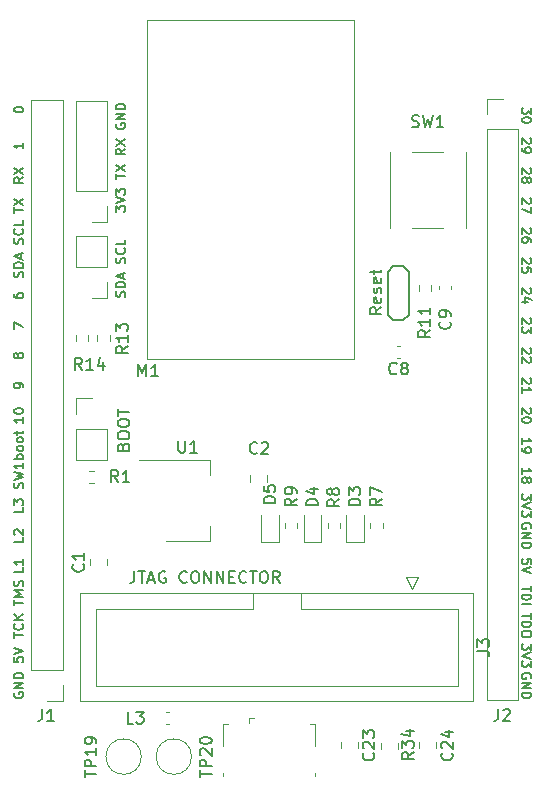
<source format=gbr>
%TF.GenerationSoftware,KiCad,Pcbnew,(5.1.10)-1*%
%TF.CreationDate,2022-01-17T18:11:01+07:00*%
%TF.ProjectId,CC2640R2F Module,43433236-3430-4523-9246-204d6f64756c,rev?*%
%TF.SameCoordinates,Original*%
%TF.FileFunction,Legend,Top*%
%TF.FilePolarity,Positive*%
%FSLAX46Y46*%
G04 Gerber Fmt 4.6, Leading zero omitted, Abs format (unit mm)*
G04 Created by KiCad (PCBNEW (5.1.10)-1) date 2022-01-17 18:11:01*
%MOMM*%
%LPD*%
G01*
G04 APERTURE LIST*
%ADD10C,0.150000*%
%ADD11C,0.120000*%
G04 APERTURE END LIST*
D10*
X148012095Y-14084380D02*
X148012095Y-14579619D01*
X147707333Y-14312952D01*
X147707333Y-14427238D01*
X147669238Y-14503428D01*
X147631142Y-14541523D01*
X147554952Y-14579619D01*
X147364476Y-14579619D01*
X147288285Y-14541523D01*
X147250190Y-14503428D01*
X147212095Y-14427238D01*
X147212095Y-14198666D01*
X147250190Y-14122476D01*
X147288285Y-14084380D01*
X148012095Y-15074857D02*
X148012095Y-15151047D01*
X147974000Y-15227238D01*
X147935904Y-15265333D01*
X147859714Y-15303428D01*
X147707333Y-15341523D01*
X147516857Y-15341523D01*
X147364476Y-15303428D01*
X147288285Y-15265333D01*
X147250190Y-15227238D01*
X147212095Y-15151047D01*
X147212095Y-15074857D01*
X147250190Y-14998666D01*
X147288285Y-14960571D01*
X147364476Y-14922476D01*
X147516857Y-14884380D01*
X147707333Y-14884380D01*
X147859714Y-14922476D01*
X147935904Y-14960571D01*
X147974000Y-14998666D01*
X148012095Y-15074857D01*
X147935904Y-16662476D02*
X147974000Y-16700571D01*
X148012095Y-16776761D01*
X148012095Y-16967238D01*
X147974000Y-17043428D01*
X147935904Y-17081523D01*
X147859714Y-17119619D01*
X147783523Y-17119619D01*
X147669238Y-17081523D01*
X147212095Y-16624380D01*
X147212095Y-17119619D01*
X147212095Y-17500571D02*
X147212095Y-17652952D01*
X147250190Y-17729142D01*
X147288285Y-17767238D01*
X147402571Y-17843428D01*
X147554952Y-17881523D01*
X147859714Y-17881523D01*
X147935904Y-17843428D01*
X147974000Y-17805333D01*
X148012095Y-17729142D01*
X148012095Y-17576761D01*
X147974000Y-17500571D01*
X147935904Y-17462476D01*
X147859714Y-17424380D01*
X147669238Y-17424380D01*
X147593047Y-17462476D01*
X147554952Y-17500571D01*
X147516857Y-17576761D01*
X147516857Y-17729142D01*
X147554952Y-17805333D01*
X147593047Y-17843428D01*
X147669238Y-17881523D01*
X147935904Y-19202476D02*
X147974000Y-19240571D01*
X148012095Y-19316761D01*
X148012095Y-19507238D01*
X147974000Y-19583428D01*
X147935904Y-19621523D01*
X147859714Y-19659619D01*
X147783523Y-19659619D01*
X147669238Y-19621523D01*
X147212095Y-19164380D01*
X147212095Y-19659619D01*
X147669238Y-20116761D02*
X147707333Y-20040571D01*
X147745428Y-20002476D01*
X147821619Y-19964380D01*
X147859714Y-19964380D01*
X147935904Y-20002476D01*
X147974000Y-20040571D01*
X148012095Y-20116761D01*
X148012095Y-20269142D01*
X147974000Y-20345333D01*
X147935904Y-20383428D01*
X147859714Y-20421523D01*
X147821619Y-20421523D01*
X147745428Y-20383428D01*
X147707333Y-20345333D01*
X147669238Y-20269142D01*
X147669238Y-20116761D01*
X147631142Y-20040571D01*
X147593047Y-20002476D01*
X147516857Y-19964380D01*
X147364476Y-19964380D01*
X147288285Y-20002476D01*
X147250190Y-20040571D01*
X147212095Y-20116761D01*
X147212095Y-20269142D01*
X147250190Y-20345333D01*
X147288285Y-20383428D01*
X147364476Y-20421523D01*
X147516857Y-20421523D01*
X147593047Y-20383428D01*
X147631142Y-20345333D01*
X147669238Y-20269142D01*
X147935904Y-21742476D02*
X147974000Y-21780571D01*
X148012095Y-21856761D01*
X148012095Y-22047238D01*
X147974000Y-22123428D01*
X147935904Y-22161523D01*
X147859714Y-22199619D01*
X147783523Y-22199619D01*
X147669238Y-22161523D01*
X147212095Y-21704380D01*
X147212095Y-22199619D01*
X148012095Y-22466285D02*
X148012095Y-22999619D01*
X147212095Y-22656761D01*
X147935904Y-24282476D02*
X147974000Y-24320571D01*
X148012095Y-24396761D01*
X148012095Y-24587238D01*
X147974000Y-24663428D01*
X147935904Y-24701523D01*
X147859714Y-24739619D01*
X147783523Y-24739619D01*
X147669238Y-24701523D01*
X147212095Y-24244380D01*
X147212095Y-24739619D01*
X148012095Y-25425333D02*
X148012095Y-25272952D01*
X147974000Y-25196761D01*
X147935904Y-25158666D01*
X147821619Y-25082476D01*
X147669238Y-25044380D01*
X147364476Y-25044380D01*
X147288285Y-25082476D01*
X147250190Y-25120571D01*
X147212095Y-25196761D01*
X147212095Y-25349142D01*
X147250190Y-25425333D01*
X147288285Y-25463428D01*
X147364476Y-25501523D01*
X147554952Y-25501523D01*
X147631142Y-25463428D01*
X147669238Y-25425333D01*
X147707333Y-25349142D01*
X147707333Y-25196761D01*
X147669238Y-25120571D01*
X147631142Y-25082476D01*
X147554952Y-25044380D01*
X147935904Y-26822476D02*
X147974000Y-26860571D01*
X148012095Y-26936761D01*
X148012095Y-27127238D01*
X147974000Y-27203428D01*
X147935904Y-27241523D01*
X147859714Y-27279619D01*
X147783523Y-27279619D01*
X147669238Y-27241523D01*
X147212095Y-26784380D01*
X147212095Y-27279619D01*
X148012095Y-28003428D02*
X148012095Y-27622476D01*
X147631142Y-27584380D01*
X147669238Y-27622476D01*
X147707333Y-27698666D01*
X147707333Y-27889142D01*
X147669238Y-27965333D01*
X147631142Y-28003428D01*
X147554952Y-28041523D01*
X147364476Y-28041523D01*
X147288285Y-28003428D01*
X147250190Y-27965333D01*
X147212095Y-27889142D01*
X147212095Y-27698666D01*
X147250190Y-27622476D01*
X147288285Y-27584380D01*
X147935904Y-29362476D02*
X147974000Y-29400571D01*
X148012095Y-29476761D01*
X148012095Y-29667238D01*
X147974000Y-29743428D01*
X147935904Y-29781523D01*
X147859714Y-29819619D01*
X147783523Y-29819619D01*
X147669238Y-29781523D01*
X147212095Y-29324380D01*
X147212095Y-29819619D01*
X147745428Y-30505333D02*
X147212095Y-30505333D01*
X148050190Y-30314857D02*
X147478761Y-30124380D01*
X147478761Y-30619619D01*
X147935904Y-31902476D02*
X147974000Y-31940571D01*
X148012095Y-32016761D01*
X148012095Y-32207238D01*
X147974000Y-32283428D01*
X147935904Y-32321523D01*
X147859714Y-32359619D01*
X147783523Y-32359619D01*
X147669238Y-32321523D01*
X147212095Y-31864380D01*
X147212095Y-32359619D01*
X148012095Y-32626285D02*
X148012095Y-33121523D01*
X147707333Y-32854857D01*
X147707333Y-32969142D01*
X147669238Y-33045333D01*
X147631142Y-33083428D01*
X147554952Y-33121523D01*
X147364476Y-33121523D01*
X147288285Y-33083428D01*
X147250190Y-33045333D01*
X147212095Y-32969142D01*
X147212095Y-32740571D01*
X147250190Y-32664380D01*
X147288285Y-32626285D01*
X147935904Y-34442476D02*
X147974000Y-34480571D01*
X148012095Y-34556761D01*
X148012095Y-34747238D01*
X147974000Y-34823428D01*
X147935904Y-34861523D01*
X147859714Y-34899619D01*
X147783523Y-34899619D01*
X147669238Y-34861523D01*
X147212095Y-34404380D01*
X147212095Y-34899619D01*
X147935904Y-35204380D02*
X147974000Y-35242476D01*
X148012095Y-35318666D01*
X148012095Y-35509142D01*
X147974000Y-35585333D01*
X147935904Y-35623428D01*
X147859714Y-35661523D01*
X147783523Y-35661523D01*
X147669238Y-35623428D01*
X147212095Y-35166285D01*
X147212095Y-35661523D01*
X147935904Y-36982476D02*
X147974000Y-37020571D01*
X148012095Y-37096761D01*
X148012095Y-37287238D01*
X147974000Y-37363428D01*
X147935904Y-37401523D01*
X147859714Y-37439619D01*
X147783523Y-37439619D01*
X147669238Y-37401523D01*
X147212095Y-36944380D01*
X147212095Y-37439619D01*
X147212095Y-38201523D02*
X147212095Y-37744380D01*
X147212095Y-37972952D02*
X148012095Y-37972952D01*
X147897809Y-37896761D01*
X147821619Y-37820571D01*
X147783523Y-37744380D01*
X147935904Y-39522476D02*
X147974000Y-39560571D01*
X148012095Y-39636761D01*
X148012095Y-39827238D01*
X147974000Y-39903428D01*
X147935904Y-39941523D01*
X147859714Y-39979619D01*
X147783523Y-39979619D01*
X147669238Y-39941523D01*
X147212095Y-39484380D01*
X147212095Y-39979619D01*
X148012095Y-40474857D02*
X148012095Y-40551047D01*
X147974000Y-40627238D01*
X147935904Y-40665333D01*
X147859714Y-40703428D01*
X147707333Y-40741523D01*
X147516857Y-40741523D01*
X147364476Y-40703428D01*
X147288285Y-40665333D01*
X147250190Y-40627238D01*
X147212095Y-40551047D01*
X147212095Y-40474857D01*
X147250190Y-40398666D01*
X147288285Y-40360571D01*
X147364476Y-40322476D01*
X147516857Y-40284380D01*
X147707333Y-40284380D01*
X147859714Y-40322476D01*
X147935904Y-40360571D01*
X147974000Y-40398666D01*
X148012095Y-40474857D01*
X147212095Y-42519619D02*
X147212095Y-42062476D01*
X147212095Y-42291047D02*
X148012095Y-42291047D01*
X147897809Y-42214857D01*
X147821619Y-42138666D01*
X147783523Y-42062476D01*
X147212095Y-42900571D02*
X147212095Y-43052952D01*
X147250190Y-43129142D01*
X147288285Y-43167238D01*
X147402571Y-43243428D01*
X147554952Y-43281523D01*
X147859714Y-43281523D01*
X147935904Y-43243428D01*
X147974000Y-43205333D01*
X148012095Y-43129142D01*
X148012095Y-42976761D01*
X147974000Y-42900571D01*
X147935904Y-42862476D01*
X147859714Y-42824380D01*
X147669238Y-42824380D01*
X147593047Y-42862476D01*
X147554952Y-42900571D01*
X147516857Y-42976761D01*
X147516857Y-43129142D01*
X147554952Y-43205333D01*
X147593047Y-43243428D01*
X147669238Y-43281523D01*
X147212095Y-45059619D02*
X147212095Y-44602476D01*
X147212095Y-44831047D02*
X148012095Y-44831047D01*
X147897809Y-44754857D01*
X147821619Y-44678666D01*
X147783523Y-44602476D01*
X147669238Y-45516761D02*
X147707333Y-45440571D01*
X147745428Y-45402476D01*
X147821619Y-45364380D01*
X147859714Y-45364380D01*
X147935904Y-45402476D01*
X147974000Y-45440571D01*
X148012095Y-45516761D01*
X148012095Y-45669142D01*
X147974000Y-45745333D01*
X147935904Y-45783428D01*
X147859714Y-45821523D01*
X147821619Y-45821523D01*
X147745428Y-45783428D01*
X147707333Y-45745333D01*
X147669238Y-45669142D01*
X147669238Y-45516761D01*
X147631142Y-45440571D01*
X147593047Y-45402476D01*
X147516857Y-45364380D01*
X147364476Y-45364380D01*
X147288285Y-45402476D01*
X147250190Y-45440571D01*
X147212095Y-45516761D01*
X147212095Y-45669142D01*
X147250190Y-45745333D01*
X147288285Y-45783428D01*
X147364476Y-45821523D01*
X147516857Y-45821523D01*
X147593047Y-45783428D01*
X147631142Y-45745333D01*
X147669238Y-45669142D01*
X148012095Y-46761523D02*
X148012095Y-47256761D01*
X147707333Y-46990095D01*
X147707333Y-47104380D01*
X147669238Y-47180571D01*
X147631142Y-47218666D01*
X147554952Y-47256761D01*
X147364476Y-47256761D01*
X147288285Y-47218666D01*
X147250190Y-47180571D01*
X147212095Y-47104380D01*
X147212095Y-46875809D01*
X147250190Y-46799619D01*
X147288285Y-46761523D01*
X148012095Y-47485333D02*
X147212095Y-47752000D01*
X148012095Y-48018666D01*
X148012095Y-48209142D02*
X148012095Y-48704380D01*
X147707333Y-48437714D01*
X147707333Y-48552000D01*
X147669238Y-48628190D01*
X147631142Y-48666285D01*
X147554952Y-48704380D01*
X147364476Y-48704380D01*
X147288285Y-48666285D01*
X147250190Y-48628190D01*
X147212095Y-48552000D01*
X147212095Y-48323428D01*
X147250190Y-48247238D01*
X147288285Y-48209142D01*
X147974000Y-49682476D02*
X148012095Y-49606285D01*
X148012095Y-49492000D01*
X147974000Y-49377714D01*
X147897809Y-49301523D01*
X147821619Y-49263428D01*
X147669238Y-49225333D01*
X147554952Y-49225333D01*
X147402571Y-49263428D01*
X147326380Y-49301523D01*
X147250190Y-49377714D01*
X147212095Y-49492000D01*
X147212095Y-49568190D01*
X147250190Y-49682476D01*
X147288285Y-49720571D01*
X147554952Y-49720571D01*
X147554952Y-49568190D01*
X147212095Y-50063428D02*
X148012095Y-50063428D01*
X147212095Y-50520571D01*
X148012095Y-50520571D01*
X147212095Y-50901523D02*
X148012095Y-50901523D01*
X148012095Y-51092000D01*
X147974000Y-51206285D01*
X147897809Y-51282476D01*
X147821619Y-51320571D01*
X147669238Y-51358666D01*
X147554952Y-51358666D01*
X147402571Y-51320571D01*
X147326380Y-51282476D01*
X147250190Y-51206285D01*
X147212095Y-51092000D01*
X147212095Y-50901523D01*
X148012095Y-52679619D02*
X148012095Y-52298666D01*
X147631142Y-52260571D01*
X147669238Y-52298666D01*
X147707333Y-52374857D01*
X147707333Y-52565333D01*
X147669238Y-52641523D01*
X147631142Y-52679619D01*
X147554952Y-52717714D01*
X147364476Y-52717714D01*
X147288285Y-52679619D01*
X147250190Y-52641523D01*
X147212095Y-52565333D01*
X147212095Y-52374857D01*
X147250190Y-52298666D01*
X147288285Y-52260571D01*
X148012095Y-52946285D02*
X147212095Y-53212952D01*
X148012095Y-53479619D01*
X148012095Y-54552952D02*
X148012095Y-55010095D01*
X147212095Y-54781523D02*
X148012095Y-54781523D01*
X147212095Y-55276761D02*
X148012095Y-55276761D01*
X148012095Y-55467238D01*
X147974000Y-55581523D01*
X147897809Y-55657714D01*
X147821619Y-55695809D01*
X147669238Y-55733904D01*
X147554952Y-55733904D01*
X147402571Y-55695809D01*
X147326380Y-55657714D01*
X147250190Y-55581523D01*
X147212095Y-55467238D01*
X147212095Y-55276761D01*
X147212095Y-56076761D02*
X148012095Y-56076761D01*
X148012095Y-56864380D02*
X148012095Y-57321523D01*
X147212095Y-57092952D02*
X148012095Y-57092952D01*
X147212095Y-57588190D02*
X148012095Y-57588190D01*
X148012095Y-57778666D01*
X147974000Y-57892952D01*
X147897809Y-57969142D01*
X147821619Y-58007238D01*
X147669238Y-58045333D01*
X147554952Y-58045333D01*
X147402571Y-58007238D01*
X147326380Y-57969142D01*
X147250190Y-57892952D01*
X147212095Y-57778666D01*
X147212095Y-57588190D01*
X148012095Y-58540571D02*
X148012095Y-58692952D01*
X147974000Y-58769142D01*
X147897809Y-58845333D01*
X147745428Y-58883428D01*
X147478761Y-58883428D01*
X147326380Y-58845333D01*
X147250190Y-58769142D01*
X147212095Y-58692952D01*
X147212095Y-58540571D01*
X147250190Y-58464380D01*
X147326380Y-58388190D01*
X147478761Y-58350095D01*
X147745428Y-58350095D01*
X147897809Y-58388190D01*
X147974000Y-58464380D01*
X148012095Y-58540571D01*
X148012095Y-59461523D02*
X148012095Y-59956761D01*
X147707333Y-59690095D01*
X147707333Y-59804380D01*
X147669238Y-59880571D01*
X147631142Y-59918666D01*
X147554952Y-59956761D01*
X147364476Y-59956761D01*
X147288285Y-59918666D01*
X147250190Y-59880571D01*
X147212095Y-59804380D01*
X147212095Y-59575809D01*
X147250190Y-59499619D01*
X147288285Y-59461523D01*
X148012095Y-60185333D02*
X147212095Y-60452000D01*
X148012095Y-60718666D01*
X148012095Y-60909142D02*
X148012095Y-61404380D01*
X147707333Y-61137714D01*
X147707333Y-61252000D01*
X147669238Y-61328190D01*
X147631142Y-61366285D01*
X147554952Y-61404380D01*
X147364476Y-61404380D01*
X147288285Y-61366285D01*
X147250190Y-61328190D01*
X147212095Y-61252000D01*
X147212095Y-61023428D01*
X147250190Y-60947238D01*
X147288285Y-60909142D01*
X147974000Y-62382476D02*
X148012095Y-62306285D01*
X148012095Y-62192000D01*
X147974000Y-62077714D01*
X147897809Y-62001523D01*
X147821619Y-61963428D01*
X147669238Y-61925333D01*
X147554952Y-61925333D01*
X147402571Y-61963428D01*
X147326380Y-62001523D01*
X147250190Y-62077714D01*
X147212095Y-62192000D01*
X147212095Y-62268190D01*
X147250190Y-62382476D01*
X147288285Y-62420571D01*
X147554952Y-62420571D01*
X147554952Y-62268190D01*
X147212095Y-62763428D02*
X148012095Y-62763428D01*
X147212095Y-63220571D01*
X148012095Y-63220571D01*
X147212095Y-63601523D02*
X148012095Y-63601523D01*
X148012095Y-63792000D01*
X147974000Y-63906285D01*
X147897809Y-63982476D01*
X147821619Y-64020571D01*
X147669238Y-64058666D01*
X147554952Y-64058666D01*
X147402571Y-64020571D01*
X147326380Y-63982476D01*
X147250190Y-63906285D01*
X147212095Y-63792000D01*
X147212095Y-63601523D01*
X104248000Y-63601523D02*
X104209904Y-63677714D01*
X104209904Y-63792000D01*
X104248000Y-63906285D01*
X104324190Y-63982476D01*
X104400380Y-64020571D01*
X104552761Y-64058666D01*
X104667047Y-64058666D01*
X104819428Y-64020571D01*
X104895619Y-63982476D01*
X104971809Y-63906285D01*
X105009904Y-63792000D01*
X105009904Y-63715809D01*
X104971809Y-63601523D01*
X104933714Y-63563428D01*
X104667047Y-63563428D01*
X104667047Y-63715809D01*
X105009904Y-63220571D02*
X104209904Y-63220571D01*
X105009904Y-62763428D01*
X104209904Y-62763428D01*
X105009904Y-62382476D02*
X104209904Y-62382476D01*
X104209904Y-62192000D01*
X104248000Y-62077714D01*
X104324190Y-62001523D01*
X104400380Y-61963428D01*
X104552761Y-61925333D01*
X104667047Y-61925333D01*
X104819428Y-61963428D01*
X104895619Y-62001523D01*
X104971809Y-62077714D01*
X105009904Y-62192000D01*
X105009904Y-62382476D01*
X104209904Y-60604380D02*
X104209904Y-60985333D01*
X104590857Y-61023428D01*
X104552761Y-60985333D01*
X104514666Y-60909142D01*
X104514666Y-60718666D01*
X104552761Y-60642476D01*
X104590857Y-60604380D01*
X104667047Y-60566285D01*
X104857523Y-60566285D01*
X104933714Y-60604380D01*
X104971809Y-60642476D01*
X105009904Y-60718666D01*
X105009904Y-60909142D01*
X104971809Y-60985333D01*
X104933714Y-61023428D01*
X104209904Y-60337714D02*
X105009904Y-60071047D01*
X104209904Y-59804380D01*
X104209904Y-58940571D02*
X104209904Y-58483428D01*
X105009904Y-58712000D02*
X104209904Y-58712000D01*
X104933714Y-57759619D02*
X104971809Y-57797714D01*
X105009904Y-57912000D01*
X105009904Y-57988190D01*
X104971809Y-58102476D01*
X104895619Y-58178666D01*
X104819428Y-58216761D01*
X104667047Y-58254857D01*
X104552761Y-58254857D01*
X104400380Y-58216761D01*
X104324190Y-58178666D01*
X104248000Y-58102476D01*
X104209904Y-57988190D01*
X104209904Y-57912000D01*
X104248000Y-57797714D01*
X104286095Y-57759619D01*
X105009904Y-57416761D02*
X104209904Y-57416761D01*
X105009904Y-56959619D02*
X104552761Y-57302476D01*
X104209904Y-56959619D02*
X104667047Y-57416761D01*
X104209904Y-56184666D02*
X104209904Y-55727523D01*
X105009904Y-55956095D02*
X104209904Y-55956095D01*
X105009904Y-55460857D02*
X104209904Y-55460857D01*
X104781333Y-55194190D01*
X104209904Y-54927523D01*
X105009904Y-54927523D01*
X104971809Y-54584666D02*
X105009904Y-54470380D01*
X105009904Y-54279904D01*
X104971809Y-54203714D01*
X104933714Y-54165619D01*
X104857523Y-54127523D01*
X104781333Y-54127523D01*
X104705142Y-54165619D01*
X104667047Y-54203714D01*
X104628952Y-54279904D01*
X104590857Y-54432285D01*
X104552761Y-54508476D01*
X104514666Y-54546571D01*
X104438476Y-54584666D01*
X104362285Y-54584666D01*
X104286095Y-54546571D01*
X104248000Y-54508476D01*
X104209904Y-54432285D01*
X104209904Y-54241809D01*
X104248000Y-54127523D01*
X105009904Y-52965333D02*
X105009904Y-53346285D01*
X104209904Y-53346285D01*
X105009904Y-52279619D02*
X105009904Y-52736761D01*
X105009904Y-52508190D02*
X104209904Y-52508190D01*
X104324190Y-52584380D01*
X104400380Y-52660571D01*
X104438476Y-52736761D01*
X105009904Y-50425333D02*
X105009904Y-50806285D01*
X104209904Y-50806285D01*
X104286095Y-50196761D02*
X104248000Y-50158666D01*
X104209904Y-50082476D01*
X104209904Y-49892000D01*
X104248000Y-49815809D01*
X104286095Y-49777714D01*
X104362285Y-49739619D01*
X104438476Y-49739619D01*
X104552761Y-49777714D01*
X105009904Y-50234857D01*
X105009904Y-49739619D01*
X105009904Y-47885333D02*
X105009904Y-48266285D01*
X104209904Y-48266285D01*
X104209904Y-47694857D02*
X104209904Y-47199619D01*
X104514666Y-47466285D01*
X104514666Y-47352000D01*
X104552761Y-47275809D01*
X104590857Y-47237714D01*
X104667047Y-47199619D01*
X104857523Y-47199619D01*
X104933714Y-47237714D01*
X104971809Y-47275809D01*
X105009904Y-47352000D01*
X105009904Y-47580571D01*
X104971809Y-47656761D01*
X104933714Y-47694857D01*
X104971809Y-46278666D02*
X105009904Y-46164380D01*
X105009904Y-45973904D01*
X104971809Y-45897714D01*
X104933714Y-45859619D01*
X104857523Y-45821523D01*
X104781333Y-45821523D01*
X104705142Y-45859619D01*
X104667047Y-45897714D01*
X104628952Y-45973904D01*
X104590857Y-46126285D01*
X104552761Y-46202476D01*
X104514666Y-46240571D01*
X104438476Y-46278666D01*
X104362285Y-46278666D01*
X104286095Y-46240571D01*
X104248000Y-46202476D01*
X104209904Y-46126285D01*
X104209904Y-45935809D01*
X104248000Y-45821523D01*
X104209904Y-45554857D02*
X105009904Y-45364380D01*
X104438476Y-45212000D01*
X105009904Y-45059619D01*
X104209904Y-44869142D01*
X105009904Y-44145333D02*
X105009904Y-44602476D01*
X105009904Y-44373904D02*
X104209904Y-44373904D01*
X104324190Y-44450095D01*
X104400380Y-44526285D01*
X104438476Y-44602476D01*
X105009904Y-43795809D02*
X104209904Y-43795809D01*
X104514666Y-43795809D02*
X104476571Y-43719619D01*
X104476571Y-43567238D01*
X104514666Y-43491047D01*
X104552761Y-43452952D01*
X104628952Y-43414857D01*
X104857523Y-43414857D01*
X104933714Y-43452952D01*
X104971809Y-43491047D01*
X105009904Y-43567238D01*
X105009904Y-43719619D01*
X104971809Y-43795809D01*
X105009904Y-42957714D02*
X104971809Y-43033904D01*
X104933714Y-43072000D01*
X104857523Y-43110095D01*
X104628952Y-43110095D01*
X104552761Y-43072000D01*
X104514666Y-43033904D01*
X104476571Y-42957714D01*
X104476571Y-42843428D01*
X104514666Y-42767238D01*
X104552761Y-42729142D01*
X104628952Y-42691047D01*
X104857523Y-42691047D01*
X104933714Y-42729142D01*
X104971809Y-42767238D01*
X105009904Y-42843428D01*
X105009904Y-42957714D01*
X105009904Y-42233904D02*
X104971809Y-42310095D01*
X104933714Y-42348190D01*
X104857523Y-42386285D01*
X104628952Y-42386285D01*
X104552761Y-42348190D01*
X104514666Y-42310095D01*
X104476571Y-42233904D01*
X104476571Y-42119619D01*
X104514666Y-42043428D01*
X104552761Y-42005333D01*
X104628952Y-41967238D01*
X104857523Y-41967238D01*
X104933714Y-42005333D01*
X104971809Y-42043428D01*
X105009904Y-42119619D01*
X105009904Y-42233904D01*
X104476571Y-41738666D02*
X104476571Y-41433904D01*
X104209904Y-41624380D02*
X104895619Y-41624380D01*
X104971809Y-41586285D01*
X105009904Y-41510095D01*
X105009904Y-41433904D01*
X105009904Y-40284380D02*
X105009904Y-40741523D01*
X105009904Y-40512952D02*
X104209904Y-40512952D01*
X104324190Y-40589142D01*
X104400380Y-40665333D01*
X104438476Y-40741523D01*
X104209904Y-39789142D02*
X104209904Y-39712952D01*
X104248000Y-39636761D01*
X104286095Y-39598666D01*
X104362285Y-39560571D01*
X104514666Y-39522476D01*
X104705142Y-39522476D01*
X104857523Y-39560571D01*
X104933714Y-39598666D01*
X104971809Y-39636761D01*
X105009904Y-39712952D01*
X105009904Y-39789142D01*
X104971809Y-39865333D01*
X104933714Y-39903428D01*
X104857523Y-39941523D01*
X104705142Y-39979619D01*
X104514666Y-39979619D01*
X104362285Y-39941523D01*
X104286095Y-39903428D01*
X104248000Y-39865333D01*
X104209904Y-39789142D01*
X105009904Y-37744380D02*
X105009904Y-37592000D01*
X104971809Y-37515809D01*
X104933714Y-37477714D01*
X104819428Y-37401523D01*
X104667047Y-37363428D01*
X104362285Y-37363428D01*
X104286095Y-37401523D01*
X104248000Y-37439619D01*
X104209904Y-37515809D01*
X104209904Y-37668190D01*
X104248000Y-37744380D01*
X104286095Y-37782476D01*
X104362285Y-37820571D01*
X104552761Y-37820571D01*
X104628952Y-37782476D01*
X104667047Y-37744380D01*
X104705142Y-37668190D01*
X104705142Y-37515809D01*
X104667047Y-37439619D01*
X104628952Y-37401523D01*
X104552761Y-37363428D01*
X104552761Y-35128190D02*
X104514666Y-35204380D01*
X104476571Y-35242476D01*
X104400380Y-35280571D01*
X104362285Y-35280571D01*
X104286095Y-35242476D01*
X104248000Y-35204380D01*
X104209904Y-35128190D01*
X104209904Y-34975809D01*
X104248000Y-34899619D01*
X104286095Y-34861523D01*
X104362285Y-34823428D01*
X104400380Y-34823428D01*
X104476571Y-34861523D01*
X104514666Y-34899619D01*
X104552761Y-34975809D01*
X104552761Y-35128190D01*
X104590857Y-35204380D01*
X104628952Y-35242476D01*
X104705142Y-35280571D01*
X104857523Y-35280571D01*
X104933714Y-35242476D01*
X104971809Y-35204380D01*
X105009904Y-35128190D01*
X105009904Y-34975809D01*
X104971809Y-34899619D01*
X104933714Y-34861523D01*
X104857523Y-34823428D01*
X104705142Y-34823428D01*
X104628952Y-34861523D01*
X104590857Y-34899619D01*
X104552761Y-34975809D01*
X104209904Y-32778666D02*
X104209904Y-32245333D01*
X105009904Y-32588190D01*
X104209904Y-29819619D02*
X104209904Y-29972000D01*
X104248000Y-30048190D01*
X104286095Y-30086285D01*
X104400380Y-30162476D01*
X104552761Y-30200571D01*
X104857523Y-30200571D01*
X104933714Y-30162476D01*
X104971809Y-30124380D01*
X105009904Y-30048190D01*
X105009904Y-29895809D01*
X104971809Y-29819619D01*
X104933714Y-29781523D01*
X104857523Y-29743428D01*
X104667047Y-29743428D01*
X104590857Y-29781523D01*
X104552761Y-29819619D01*
X104514666Y-29895809D01*
X104514666Y-30048190D01*
X104552761Y-30124380D01*
X104590857Y-30162476D01*
X104667047Y-30200571D01*
X104971809Y-28403428D02*
X105009904Y-28289142D01*
X105009904Y-28098666D01*
X104971809Y-28022476D01*
X104933714Y-27984380D01*
X104857523Y-27946285D01*
X104781333Y-27946285D01*
X104705142Y-27984380D01*
X104667047Y-28022476D01*
X104628952Y-28098666D01*
X104590857Y-28251047D01*
X104552761Y-28327238D01*
X104514666Y-28365333D01*
X104438476Y-28403428D01*
X104362285Y-28403428D01*
X104286095Y-28365333D01*
X104248000Y-28327238D01*
X104209904Y-28251047D01*
X104209904Y-28060571D01*
X104248000Y-27946285D01*
X105009904Y-27603428D02*
X104209904Y-27603428D01*
X104209904Y-27412952D01*
X104248000Y-27298666D01*
X104324190Y-27222476D01*
X104400380Y-27184380D01*
X104552761Y-27146285D01*
X104667047Y-27146285D01*
X104819428Y-27184380D01*
X104895619Y-27222476D01*
X104971809Y-27298666D01*
X105009904Y-27412952D01*
X105009904Y-27603428D01*
X104781333Y-26841523D02*
X104781333Y-26460571D01*
X105009904Y-26917714D02*
X104209904Y-26651047D01*
X105009904Y-26384380D01*
X104971809Y-25590380D02*
X105009904Y-25476095D01*
X105009904Y-25285619D01*
X104971809Y-25209428D01*
X104933714Y-25171333D01*
X104857523Y-25133238D01*
X104781333Y-25133238D01*
X104705142Y-25171333D01*
X104667047Y-25209428D01*
X104628952Y-25285619D01*
X104590857Y-25438000D01*
X104552761Y-25514190D01*
X104514666Y-25552285D01*
X104438476Y-25590380D01*
X104362285Y-25590380D01*
X104286095Y-25552285D01*
X104248000Y-25514190D01*
X104209904Y-25438000D01*
X104209904Y-25247523D01*
X104248000Y-25133238D01*
X104933714Y-24333238D02*
X104971809Y-24371333D01*
X105009904Y-24485619D01*
X105009904Y-24561809D01*
X104971809Y-24676095D01*
X104895619Y-24752285D01*
X104819428Y-24790380D01*
X104667047Y-24828476D01*
X104552761Y-24828476D01*
X104400380Y-24790380D01*
X104324190Y-24752285D01*
X104248000Y-24676095D01*
X104209904Y-24561809D01*
X104209904Y-24485619D01*
X104248000Y-24371333D01*
X104286095Y-24333238D01*
X105009904Y-23609428D02*
X105009904Y-23990380D01*
X104209904Y-23990380D01*
X104209904Y-22961523D02*
X104209904Y-22504380D01*
X105009904Y-22732952D02*
X104209904Y-22732952D01*
X104209904Y-22313904D02*
X105009904Y-21780571D01*
X104209904Y-21780571D02*
X105009904Y-22313904D01*
X105009904Y-19945333D02*
X104628952Y-20212000D01*
X105009904Y-20402476D02*
X104209904Y-20402476D01*
X104209904Y-20097714D01*
X104248000Y-20021523D01*
X104286095Y-19983428D01*
X104362285Y-19945333D01*
X104476571Y-19945333D01*
X104552761Y-19983428D01*
X104590857Y-20021523D01*
X104628952Y-20097714D01*
X104628952Y-20402476D01*
X104209904Y-19678666D02*
X105009904Y-19145333D01*
X104209904Y-19145333D02*
X105009904Y-19678666D01*
X105009904Y-17043428D02*
X105009904Y-17500571D01*
X105009904Y-17272000D02*
X104209904Y-17272000D01*
X104324190Y-17348190D01*
X104400380Y-17424380D01*
X104438476Y-17500571D01*
X104209904Y-14262095D02*
X104209904Y-14185904D01*
X104248000Y-14109714D01*
X104286095Y-14071619D01*
X104362285Y-14033523D01*
X104514666Y-13995428D01*
X104705142Y-13995428D01*
X104857523Y-14033523D01*
X104933714Y-14071619D01*
X104971809Y-14109714D01*
X105009904Y-14185904D01*
X105009904Y-14262095D01*
X104971809Y-14338285D01*
X104933714Y-14376380D01*
X104857523Y-14414476D01*
X104705142Y-14452571D01*
X104514666Y-14452571D01*
X104362285Y-14414476D01*
X104286095Y-14376380D01*
X104248000Y-14338285D01*
X104209904Y-14262095D01*
D11*
%TO.C,JTAG CONNECTOR*%
X121900000Y-66250000D02*
X122350000Y-66250000D01*
X121900000Y-68100000D02*
X121900000Y-66250000D01*
X129700000Y-70650000D02*
X129700000Y-70400000D01*
X121900000Y-70650000D02*
X121900000Y-70400000D01*
X129700000Y-68100000D02*
X129700000Y-66250000D01*
X129700000Y-66250000D02*
X129250000Y-66250000D01*
X124100000Y-65700000D02*
X124550000Y-65700000D01*
X124100000Y-65700000D02*
X124100000Y-66150000D01*
%TO.C,U1*%
X120810000Y-50710000D02*
X120810000Y-49450000D01*
X120810000Y-43890000D02*
X120810000Y-45150000D01*
X117050000Y-50710000D02*
X120810000Y-50710000D01*
X114800000Y-43890000D02*
X120810000Y-43890000D01*
%TO.C,SW1*%
X136020000Y-17795000D02*
X136050000Y-17795000D01*
X142480000Y-17795000D02*
X142450000Y-17795000D01*
X142480000Y-24255000D02*
X142450000Y-24255000D01*
X136050000Y-24255000D02*
X136020000Y-24255000D01*
X137950000Y-17795000D02*
X140550000Y-17795000D01*
X136020000Y-24255000D02*
X136020000Y-17795000D01*
X137950000Y-24255000D02*
X140550000Y-24255000D01*
X142480000Y-24255000D02*
X142480000Y-17795000D01*
%TO.C,SDA SCL*%
X112130000Y-24930000D02*
X109470000Y-24930000D01*
X112130000Y-27530000D02*
X112130000Y-24930000D01*
X109470000Y-27530000D02*
X109470000Y-24930000D01*
X112130000Y-27530000D02*
X109470000Y-27530000D01*
X112130000Y-28800000D02*
X112130000Y-30130000D01*
X112130000Y-30130000D02*
X110800000Y-30130000D01*
%TO.C,3V3 TX RX GND*%
X112130000Y-13450000D02*
X109470000Y-13450000D01*
X112130000Y-21130000D02*
X112130000Y-13450000D01*
X109470000Y-21130000D02*
X109470000Y-13450000D01*
X112130000Y-21130000D02*
X109470000Y-21130000D01*
X112130000Y-22400000D02*
X112130000Y-23730000D01*
X112130000Y-23730000D02*
X110800000Y-23730000D01*
%TO.C,J2*%
X144270000Y-64210000D02*
X146930000Y-64210000D01*
X144270000Y-15890000D02*
X144270000Y-64210000D01*
X146930000Y-15890000D02*
X146930000Y-64210000D01*
X144270000Y-15890000D02*
X146930000Y-15890000D01*
X144270000Y-14620000D02*
X144270000Y-13290000D01*
X144270000Y-13290000D02*
X145600000Y-13290000D01*
%TO.C,J1*%
X108330000Y-13370000D02*
X105670000Y-13370000D01*
X108330000Y-61690000D02*
X108330000Y-13370000D01*
X105670000Y-61690000D02*
X105670000Y-13370000D01*
X108330000Y-61690000D02*
X105670000Y-61690000D01*
X108330000Y-62960000D02*
X108330000Y-64290000D01*
X108330000Y-64290000D02*
X107000000Y-64290000D01*
%TO.C,TP20*%
X119250000Y-69000000D02*
G75*
G03*
X119250000Y-69000000I-1500000J0D01*
G01*
%TO.C,TP19*%
X115000000Y-69000000D02*
G75*
G03*
X115000000Y-69000000I-1500000J0D01*
G01*
%TO.C,BOOT*%
X109470000Y-43870000D02*
X112130000Y-43870000D01*
X109470000Y-41270000D02*
X109470000Y-43870000D01*
X112130000Y-41270000D02*
X112130000Y-43870000D01*
X109470000Y-41270000D02*
X112130000Y-41270000D01*
X109470000Y-40000000D02*
X109470000Y-38670000D01*
X109470000Y-38670000D02*
X110800000Y-38670000D01*
%TO.C,R34*%
X135265000Y-68314564D02*
X135265000Y-67860436D01*
X136735000Y-68314564D02*
X136735000Y-67860436D01*
%TO.C,R14*%
X110522500Y-33337742D02*
X110522500Y-33812258D01*
X109477500Y-33337742D02*
X109477500Y-33812258D01*
%TO.C,R13*%
X112322500Y-33337742D02*
X112322500Y-33812258D01*
X111277500Y-33337742D02*
X111277500Y-33812258D01*
%TO.C,R11*%
X139522500Y-29087742D02*
X139522500Y-29562258D01*
X138477500Y-29087742D02*
X138477500Y-29562258D01*
%TO.C,R9*%
X127177500Y-49657258D02*
X127177500Y-49182742D01*
X128222500Y-49657258D02*
X128222500Y-49182742D01*
%TO.C,R8*%
X130777500Y-49657258D02*
X130777500Y-49182742D01*
X131822500Y-49657258D02*
X131822500Y-49182742D01*
%TO.C,R7*%
X134377500Y-49657258D02*
X134377500Y-49182742D01*
X135422500Y-49657258D02*
X135422500Y-49182742D01*
%TO.C,R1*%
X110537742Y-44777500D02*
X111012258Y-44777500D01*
X110537742Y-45822500D02*
X111012258Y-45822500D01*
%TO.C,M1*%
X115480000Y-7330000D02*
X115480000Y-35330000D01*
X132980000Y-35330000D02*
X132980000Y-33330000D01*
X132980000Y-33330000D02*
X132980000Y-32330000D01*
X132980000Y-32330000D02*
X132980000Y-31330000D01*
X132980000Y-31330000D02*
X132980000Y-30330000D01*
X132980000Y-30330000D02*
X132980000Y-29330000D01*
X132980000Y-29330000D02*
X132980000Y-28330000D01*
X132980000Y-28330000D02*
X132980000Y-27330000D01*
X132980000Y-27330000D02*
X132980000Y-26330000D01*
X132980000Y-26330000D02*
X132980000Y-25330000D01*
X132980000Y-25330000D02*
X132980000Y-24330000D01*
X132980000Y-24330000D02*
X132980000Y-23330000D01*
X132980000Y-23330000D02*
X132980000Y-22330000D01*
X132980000Y-22330000D02*
X132980000Y-21330000D01*
X132980000Y-21330000D02*
X132980000Y-20330000D01*
X132980000Y-20330000D02*
X132980000Y-19330000D01*
X132980000Y-19330000D02*
X132980000Y-18330000D01*
X132980000Y-18330000D02*
X132980000Y-17330000D01*
X132980000Y-17330000D02*
X132980000Y-16330000D01*
X132980000Y-16330000D02*
X132980000Y-15330000D01*
X132980000Y-15330000D02*
X132980000Y-14330000D01*
X132980000Y-14330000D02*
X132980000Y-13330000D01*
X132980000Y-13330000D02*
X132980000Y-12330000D01*
X132980000Y-12330000D02*
X132980000Y-11330000D01*
X132980000Y-11330000D02*
X132980000Y-10330000D01*
X132980000Y-10330000D02*
X132980000Y-9330000D01*
X132980000Y-9330000D02*
X132980000Y-8330000D01*
X132980000Y-8330000D02*
X132980000Y-8320000D01*
X132980000Y-8320000D02*
X132980000Y-8310000D01*
X132980000Y-8310000D02*
X132980000Y-8300000D01*
X132980000Y-8300000D02*
X132980000Y-8290000D01*
X132980000Y-8290000D02*
X132980000Y-8280000D01*
X132980000Y-8280000D02*
X132980000Y-8270000D01*
X132980000Y-8270000D02*
X132980000Y-8260000D01*
X132980000Y-8260000D02*
X132980000Y-8230000D01*
X132980000Y-8230000D02*
X132980000Y-8130000D01*
X132980000Y-8130000D02*
X132980000Y-8030000D01*
X132980000Y-8030000D02*
X132980000Y-7930000D01*
X132980000Y-7930000D02*
X132980000Y-7830000D01*
X132980000Y-7830000D02*
X132980000Y-7630000D01*
X132980000Y-7630000D02*
X132980000Y-7430000D01*
X132980000Y-7430000D02*
X132980000Y-7330000D01*
X132980000Y-35330000D02*
X131980000Y-35330000D01*
X131980000Y-35330000D02*
X130980000Y-35330000D01*
X130980000Y-35330000D02*
X129980000Y-35330000D01*
X129980000Y-35330000D02*
X128980000Y-35330000D01*
X128980000Y-35330000D02*
X127980000Y-35330000D01*
X127980000Y-35330000D02*
X126980000Y-35330000D01*
X126980000Y-35330000D02*
X125980000Y-35330000D01*
X125980000Y-35330000D02*
X124980000Y-35330000D01*
X124980000Y-35330000D02*
X123980000Y-35330000D01*
X123980000Y-35330000D02*
X122980000Y-35330000D01*
X122980000Y-35330000D02*
X121980000Y-35330000D01*
X121980000Y-35330000D02*
X120980000Y-35330000D01*
X120980000Y-35330000D02*
X119980000Y-35330000D01*
X119980000Y-35330000D02*
X118980000Y-35330000D01*
X118980000Y-35330000D02*
X117980000Y-35330000D01*
X117980000Y-35330000D02*
X116980000Y-35330000D01*
X116980000Y-35330000D02*
X115980000Y-35330000D01*
X115980000Y-35330000D02*
X115480000Y-35330000D01*
X132980000Y-7330000D02*
X132980000Y-6630000D01*
X132980000Y-6630000D02*
X115480000Y-6630000D01*
X115480000Y-6630000D02*
X115480000Y-7330000D01*
%TO.C,L3*%
X117375279Y-66260000D02*
X117049721Y-66260000D01*
X117375279Y-65240000D02*
X117049721Y-65240000D01*
D10*
%TO.C,Reset*%
X137650000Y-27970000D02*
X137650000Y-31570000D01*
X137650000Y-31570000D02*
X137150000Y-32070000D01*
X137150000Y-32070000D02*
X136350000Y-32070000D01*
X136350000Y-32070000D02*
X135850000Y-31570000D01*
X135850000Y-31570000D02*
X135850000Y-27970000D01*
X135850000Y-27970000D02*
X136350000Y-27470000D01*
X136350000Y-27470000D02*
X137150000Y-27470000D01*
X137150000Y-27470000D02*
X137650000Y-27970000D01*
D11*
%TO.C,J3*%
X143110000Y-55170000D02*
X143110000Y-64290000D01*
X143110000Y-64290000D02*
X109830000Y-64290000D01*
X109830000Y-64290000D02*
X109830000Y-55170000D01*
X109830000Y-55170000D02*
X143110000Y-55170000D01*
X128520000Y-55170000D02*
X128520000Y-56480000D01*
X128520000Y-56480000D02*
X141810000Y-56480000D01*
X141810000Y-56480000D02*
X141810000Y-62980000D01*
X141810000Y-62980000D02*
X111130000Y-62980000D01*
X111130000Y-62980000D02*
X111130000Y-56480000D01*
X111130000Y-56480000D02*
X124420000Y-56480000D01*
X124420000Y-56480000D02*
X124420000Y-56480000D01*
X124420000Y-56480000D02*
X124420000Y-55170000D01*
X137900000Y-54780000D02*
X138400000Y-53780000D01*
X138400000Y-53780000D02*
X137400000Y-53780000D01*
X137400000Y-53780000D02*
X137900000Y-54780000D01*
%TO.C,D5*%
X125165000Y-48580000D02*
X125165000Y-50865000D01*
X125165000Y-50865000D02*
X126635000Y-50865000D01*
X126635000Y-50865000D02*
X126635000Y-48580000D01*
%TO.C,D4*%
X128765000Y-48580000D02*
X128765000Y-50865000D01*
X128765000Y-50865000D02*
X130235000Y-50865000D01*
X130235000Y-50865000D02*
X130235000Y-48580000D01*
%TO.C,D3*%
X132365000Y-48580000D02*
X132365000Y-50865000D01*
X132365000Y-50865000D02*
X133835000Y-50865000D01*
X133835000Y-50865000D02*
X133835000Y-48580000D01*
%TO.C,C24*%
X139985000Y-67788748D02*
X139985000Y-68311252D01*
X138515000Y-67788748D02*
X138515000Y-68311252D01*
%TO.C,C23*%
X133335000Y-67788748D02*
X133335000Y-68311252D01*
X131865000Y-67788748D02*
X131865000Y-68311252D01*
%TO.C,C9*%
X140240000Y-29415580D02*
X140240000Y-29134420D01*
X141260000Y-29415580D02*
X141260000Y-29134420D01*
%TO.C,C8*%
X136915580Y-35260000D02*
X136634420Y-35260000D01*
X136915580Y-34240000D02*
X136634420Y-34240000D01*
%TO.C,C2*%
X124165000Y-45711252D02*
X124165000Y-45188748D01*
X125635000Y-45711252D02*
X125635000Y-45188748D01*
%TO.C,C1*%
X110665000Y-52811252D02*
X110665000Y-52288748D01*
X112135000Y-52811252D02*
X112135000Y-52288748D01*
%TO.C,JTAG CONNECTOR*%
D10*
X114419809Y-53300380D02*
X114419809Y-54014666D01*
X114372190Y-54157523D01*
X114276952Y-54252761D01*
X114134095Y-54300380D01*
X114038857Y-54300380D01*
X114753142Y-53300380D02*
X115324571Y-53300380D01*
X115038857Y-54300380D02*
X115038857Y-53300380D01*
X115610285Y-54014666D02*
X116086476Y-54014666D01*
X115515047Y-54300380D02*
X115848380Y-53300380D01*
X116181714Y-54300380D01*
X117038857Y-53348000D02*
X116943619Y-53300380D01*
X116800761Y-53300380D01*
X116657904Y-53348000D01*
X116562666Y-53443238D01*
X116515047Y-53538476D01*
X116467428Y-53728952D01*
X116467428Y-53871809D01*
X116515047Y-54062285D01*
X116562666Y-54157523D01*
X116657904Y-54252761D01*
X116800761Y-54300380D01*
X116896000Y-54300380D01*
X117038857Y-54252761D01*
X117086476Y-54205142D01*
X117086476Y-53871809D01*
X116896000Y-53871809D01*
X118848380Y-54205142D02*
X118800761Y-54252761D01*
X118657904Y-54300380D01*
X118562666Y-54300380D01*
X118419809Y-54252761D01*
X118324571Y-54157523D01*
X118276952Y-54062285D01*
X118229333Y-53871809D01*
X118229333Y-53728952D01*
X118276952Y-53538476D01*
X118324571Y-53443238D01*
X118419809Y-53348000D01*
X118562666Y-53300380D01*
X118657904Y-53300380D01*
X118800761Y-53348000D01*
X118848380Y-53395619D01*
X119467428Y-53300380D02*
X119657904Y-53300380D01*
X119753142Y-53348000D01*
X119848380Y-53443238D01*
X119896000Y-53633714D01*
X119896000Y-53967047D01*
X119848380Y-54157523D01*
X119753142Y-54252761D01*
X119657904Y-54300380D01*
X119467428Y-54300380D01*
X119372190Y-54252761D01*
X119276952Y-54157523D01*
X119229333Y-53967047D01*
X119229333Y-53633714D01*
X119276952Y-53443238D01*
X119372190Y-53348000D01*
X119467428Y-53300380D01*
X120324571Y-54300380D02*
X120324571Y-53300380D01*
X120896000Y-54300380D01*
X120896000Y-53300380D01*
X121372190Y-54300380D02*
X121372190Y-53300380D01*
X121943619Y-54300380D01*
X121943619Y-53300380D01*
X122419809Y-53776571D02*
X122753142Y-53776571D01*
X122896000Y-54300380D02*
X122419809Y-54300380D01*
X122419809Y-53300380D01*
X122896000Y-53300380D01*
X123896000Y-54205142D02*
X123848380Y-54252761D01*
X123705523Y-54300380D01*
X123610285Y-54300380D01*
X123467428Y-54252761D01*
X123372190Y-54157523D01*
X123324571Y-54062285D01*
X123276952Y-53871809D01*
X123276952Y-53728952D01*
X123324571Y-53538476D01*
X123372190Y-53443238D01*
X123467428Y-53348000D01*
X123610285Y-53300380D01*
X123705523Y-53300380D01*
X123848380Y-53348000D01*
X123896000Y-53395619D01*
X124181714Y-53300380D02*
X124753142Y-53300380D01*
X124467428Y-54300380D02*
X124467428Y-53300380D01*
X125276952Y-53300380D02*
X125467428Y-53300380D01*
X125562666Y-53348000D01*
X125657904Y-53443238D01*
X125705523Y-53633714D01*
X125705523Y-53967047D01*
X125657904Y-54157523D01*
X125562666Y-54252761D01*
X125467428Y-54300380D01*
X125276952Y-54300380D01*
X125181714Y-54252761D01*
X125086476Y-54157523D01*
X125038857Y-53967047D01*
X125038857Y-53633714D01*
X125086476Y-53443238D01*
X125181714Y-53348000D01*
X125276952Y-53300380D01*
X126705523Y-54300380D02*
X126372190Y-53824190D01*
X126134095Y-54300380D02*
X126134095Y-53300380D01*
X126515047Y-53300380D01*
X126610285Y-53348000D01*
X126657904Y-53395619D01*
X126705523Y-53490857D01*
X126705523Y-53633714D01*
X126657904Y-53728952D01*
X126610285Y-53776571D01*
X126515047Y-53824190D01*
X126134095Y-53824190D01*
%TO.C,U1*%
X118138095Y-42252380D02*
X118138095Y-43061904D01*
X118185714Y-43157142D01*
X118233333Y-43204761D01*
X118328571Y-43252380D01*
X118519047Y-43252380D01*
X118614285Y-43204761D01*
X118661904Y-43157142D01*
X118709523Y-43061904D01*
X118709523Y-42252380D01*
X119709523Y-43252380D02*
X119138095Y-43252380D01*
X119423809Y-43252380D02*
X119423809Y-42252380D01*
X119328571Y-42395238D01*
X119233333Y-42490476D01*
X119138095Y-42538095D01*
%TO.C,SW1*%
X137916666Y-15654761D02*
X138059523Y-15702380D01*
X138297619Y-15702380D01*
X138392857Y-15654761D01*
X138440476Y-15607142D01*
X138488095Y-15511904D01*
X138488095Y-15416666D01*
X138440476Y-15321428D01*
X138392857Y-15273809D01*
X138297619Y-15226190D01*
X138107142Y-15178571D01*
X138011904Y-15130952D01*
X137964285Y-15083333D01*
X137916666Y-14988095D01*
X137916666Y-14892857D01*
X137964285Y-14797619D01*
X138011904Y-14750000D01*
X138107142Y-14702380D01*
X138345238Y-14702380D01*
X138488095Y-14750000D01*
X138821428Y-14702380D02*
X139059523Y-15702380D01*
X139250000Y-14988095D01*
X139440476Y-15702380D01*
X139678571Y-14702380D01*
X140583333Y-15702380D02*
X140011904Y-15702380D01*
X140297619Y-15702380D02*
X140297619Y-14702380D01*
X140202380Y-14845238D01*
X140107142Y-14940476D01*
X140011904Y-14988095D01*
%TO.C,SDA SCL*%
X113607809Y-30066952D02*
X113645904Y-29952666D01*
X113645904Y-29762190D01*
X113607809Y-29686000D01*
X113569714Y-29647904D01*
X113493523Y-29609809D01*
X113417333Y-29609809D01*
X113341142Y-29647904D01*
X113303047Y-29686000D01*
X113264952Y-29762190D01*
X113226857Y-29914571D01*
X113188761Y-29990761D01*
X113150666Y-30028857D01*
X113074476Y-30066952D01*
X112998285Y-30066952D01*
X112922095Y-30028857D01*
X112884000Y-29990761D01*
X112845904Y-29914571D01*
X112845904Y-29724095D01*
X112884000Y-29609809D01*
X113645904Y-29266952D02*
X112845904Y-29266952D01*
X112845904Y-29076476D01*
X112884000Y-28962190D01*
X112960190Y-28886000D01*
X113036380Y-28847904D01*
X113188761Y-28809809D01*
X113303047Y-28809809D01*
X113455428Y-28847904D01*
X113531619Y-28886000D01*
X113607809Y-28962190D01*
X113645904Y-29076476D01*
X113645904Y-29266952D01*
X113417333Y-28505047D02*
X113417333Y-28124095D01*
X113645904Y-28581238D02*
X112845904Y-28314571D01*
X113645904Y-28047904D01*
X113607809Y-27209809D02*
X113645904Y-27095523D01*
X113645904Y-26905047D01*
X113607809Y-26828857D01*
X113569714Y-26790761D01*
X113493523Y-26752666D01*
X113417333Y-26752666D01*
X113341142Y-26790761D01*
X113303047Y-26828857D01*
X113264952Y-26905047D01*
X113226857Y-27057428D01*
X113188761Y-27133619D01*
X113150666Y-27171714D01*
X113074476Y-27209809D01*
X112998285Y-27209809D01*
X112922095Y-27171714D01*
X112884000Y-27133619D01*
X112845904Y-27057428D01*
X112845904Y-26866952D01*
X112884000Y-26752666D01*
X113569714Y-25952666D02*
X113607809Y-25990761D01*
X113645904Y-26105047D01*
X113645904Y-26181238D01*
X113607809Y-26295523D01*
X113531619Y-26371714D01*
X113455428Y-26409809D01*
X113303047Y-26447904D01*
X113188761Y-26447904D01*
X113036380Y-26409809D01*
X112960190Y-26371714D01*
X112884000Y-26295523D01*
X112845904Y-26181238D01*
X112845904Y-26105047D01*
X112884000Y-25990761D01*
X112922095Y-25952666D01*
X113645904Y-25228857D02*
X113645904Y-25609809D01*
X112845904Y-25609809D01*
%TO.C,3V3 TX RX GND*%
X112845904Y-22878476D02*
X112845904Y-22383238D01*
X113150666Y-22649904D01*
X113150666Y-22535619D01*
X113188761Y-22459428D01*
X113226857Y-22421333D01*
X113303047Y-22383238D01*
X113493523Y-22383238D01*
X113569714Y-22421333D01*
X113607809Y-22459428D01*
X113645904Y-22535619D01*
X113645904Y-22764190D01*
X113607809Y-22840380D01*
X113569714Y-22878476D01*
X112845904Y-22154666D02*
X113645904Y-21888000D01*
X112845904Y-21621333D01*
X112845904Y-21430857D02*
X112845904Y-20935619D01*
X113150666Y-21202285D01*
X113150666Y-21088000D01*
X113188761Y-21011809D01*
X113226857Y-20973714D01*
X113303047Y-20935619D01*
X113493523Y-20935619D01*
X113569714Y-20973714D01*
X113607809Y-21011809D01*
X113645904Y-21088000D01*
X113645904Y-21316571D01*
X113607809Y-21392761D01*
X113569714Y-21430857D01*
X112845904Y-20097523D02*
X112845904Y-19640380D01*
X113645904Y-19868952D02*
X112845904Y-19868952D01*
X112845904Y-19449904D02*
X113645904Y-18916571D01*
X112845904Y-18916571D02*
X113645904Y-19449904D01*
X113645904Y-17545142D02*
X113264952Y-17811809D01*
X113645904Y-18002285D02*
X112845904Y-18002285D01*
X112845904Y-17697523D01*
X112884000Y-17621333D01*
X112922095Y-17583238D01*
X112998285Y-17545142D01*
X113112571Y-17545142D01*
X113188761Y-17583238D01*
X113226857Y-17621333D01*
X113264952Y-17697523D01*
X113264952Y-18002285D01*
X112845904Y-17278476D02*
X113645904Y-16745142D01*
X112845904Y-16745142D02*
X113645904Y-17278476D01*
X112884000Y-15411809D02*
X112845904Y-15488000D01*
X112845904Y-15602285D01*
X112884000Y-15716571D01*
X112960190Y-15792761D01*
X113036380Y-15830857D01*
X113188761Y-15868952D01*
X113303047Y-15868952D01*
X113455428Y-15830857D01*
X113531619Y-15792761D01*
X113607809Y-15716571D01*
X113645904Y-15602285D01*
X113645904Y-15526095D01*
X113607809Y-15411809D01*
X113569714Y-15373714D01*
X113303047Y-15373714D01*
X113303047Y-15526095D01*
X113645904Y-15030857D02*
X112845904Y-15030857D01*
X113645904Y-14573714D01*
X112845904Y-14573714D01*
X113645904Y-14192761D02*
X112845904Y-14192761D01*
X112845904Y-14002285D01*
X112884000Y-13888000D01*
X112960190Y-13811809D01*
X113036380Y-13773714D01*
X113188761Y-13735619D01*
X113303047Y-13735619D01*
X113455428Y-13773714D01*
X113531619Y-13811809D01*
X113607809Y-13888000D01*
X113645904Y-14002285D01*
X113645904Y-14192761D01*
%TO.C,J2*%
X145208666Y-64984380D02*
X145208666Y-65698666D01*
X145161047Y-65841523D01*
X145065809Y-65936761D01*
X144922952Y-65984380D01*
X144827714Y-65984380D01*
X145637238Y-65079619D02*
X145684857Y-65032000D01*
X145780095Y-64984380D01*
X146018190Y-64984380D01*
X146113428Y-65032000D01*
X146161047Y-65079619D01*
X146208666Y-65174857D01*
X146208666Y-65270095D01*
X146161047Y-65412952D01*
X145589619Y-65984380D01*
X146208666Y-65984380D01*
%TO.C,J1*%
X106600666Y-64984380D02*
X106600666Y-65698666D01*
X106553047Y-65841523D01*
X106457809Y-65936761D01*
X106314952Y-65984380D01*
X106219714Y-65984380D01*
X107600666Y-65984380D02*
X107029238Y-65984380D01*
X107314952Y-65984380D02*
X107314952Y-64984380D01*
X107219714Y-65127238D01*
X107124476Y-65222476D01*
X107029238Y-65270095D01*
%TO.C,TP20*%
X119952380Y-70738095D02*
X119952380Y-70166666D01*
X120952380Y-70452380D02*
X119952380Y-70452380D01*
X120952380Y-69833333D02*
X119952380Y-69833333D01*
X119952380Y-69452380D01*
X120000000Y-69357142D01*
X120047619Y-69309523D01*
X120142857Y-69261904D01*
X120285714Y-69261904D01*
X120380952Y-69309523D01*
X120428571Y-69357142D01*
X120476190Y-69452380D01*
X120476190Y-69833333D01*
X120047619Y-68880952D02*
X120000000Y-68833333D01*
X119952380Y-68738095D01*
X119952380Y-68500000D01*
X120000000Y-68404761D01*
X120047619Y-68357142D01*
X120142857Y-68309523D01*
X120238095Y-68309523D01*
X120380952Y-68357142D01*
X120952380Y-68928571D01*
X120952380Y-68309523D01*
X119952380Y-67690476D02*
X119952380Y-67595238D01*
X120000000Y-67500000D01*
X120047619Y-67452380D01*
X120142857Y-67404761D01*
X120333333Y-67357142D01*
X120571428Y-67357142D01*
X120761904Y-67404761D01*
X120857142Y-67452380D01*
X120904761Y-67500000D01*
X120952380Y-67595238D01*
X120952380Y-67690476D01*
X120904761Y-67785714D01*
X120857142Y-67833333D01*
X120761904Y-67880952D01*
X120571428Y-67928571D01*
X120333333Y-67928571D01*
X120142857Y-67880952D01*
X120047619Y-67833333D01*
X120000000Y-67785714D01*
X119952380Y-67690476D01*
%TO.C,TP19*%
X110202380Y-70738095D02*
X110202380Y-70166666D01*
X111202380Y-70452380D02*
X110202380Y-70452380D01*
X111202380Y-69833333D02*
X110202380Y-69833333D01*
X110202380Y-69452380D01*
X110250000Y-69357142D01*
X110297619Y-69309523D01*
X110392857Y-69261904D01*
X110535714Y-69261904D01*
X110630952Y-69309523D01*
X110678571Y-69357142D01*
X110726190Y-69452380D01*
X110726190Y-69833333D01*
X111202380Y-68309523D02*
X111202380Y-68880952D01*
X111202380Y-68595238D02*
X110202380Y-68595238D01*
X110345238Y-68690476D01*
X110440476Y-68785714D01*
X110488095Y-68880952D01*
X111202380Y-67833333D02*
X111202380Y-67642857D01*
X111154761Y-67547619D01*
X111107142Y-67500000D01*
X110964285Y-67404761D01*
X110773809Y-67357142D01*
X110392857Y-67357142D01*
X110297619Y-67404761D01*
X110250000Y-67452380D01*
X110202380Y-67547619D01*
X110202380Y-67738095D01*
X110250000Y-67833333D01*
X110297619Y-67880952D01*
X110392857Y-67928571D01*
X110630952Y-67928571D01*
X110726190Y-67880952D01*
X110773809Y-67833333D01*
X110821428Y-67738095D01*
X110821428Y-67547619D01*
X110773809Y-67452380D01*
X110726190Y-67404761D01*
X110630952Y-67357142D01*
%TO.C,BOOT*%
X113466571Y-42759142D02*
X113514190Y-42616285D01*
X113561809Y-42568666D01*
X113657047Y-42521047D01*
X113799904Y-42521047D01*
X113895142Y-42568666D01*
X113942761Y-42616285D01*
X113990380Y-42711523D01*
X113990380Y-43092476D01*
X112990380Y-43092476D01*
X112990380Y-42759142D01*
X113038000Y-42663904D01*
X113085619Y-42616285D01*
X113180857Y-42568666D01*
X113276095Y-42568666D01*
X113371333Y-42616285D01*
X113418952Y-42663904D01*
X113466571Y-42759142D01*
X113466571Y-43092476D01*
X112990380Y-41902000D02*
X112990380Y-41711523D01*
X113038000Y-41616285D01*
X113133238Y-41521047D01*
X113323714Y-41473428D01*
X113657047Y-41473428D01*
X113847523Y-41521047D01*
X113942761Y-41616285D01*
X113990380Y-41711523D01*
X113990380Y-41902000D01*
X113942761Y-41997238D01*
X113847523Y-42092476D01*
X113657047Y-42140095D01*
X113323714Y-42140095D01*
X113133238Y-42092476D01*
X113038000Y-41997238D01*
X112990380Y-41902000D01*
X112990380Y-40854380D02*
X112990380Y-40663904D01*
X113038000Y-40568666D01*
X113133238Y-40473428D01*
X113323714Y-40425809D01*
X113657047Y-40425809D01*
X113847523Y-40473428D01*
X113942761Y-40568666D01*
X113990380Y-40663904D01*
X113990380Y-40854380D01*
X113942761Y-40949619D01*
X113847523Y-41044857D01*
X113657047Y-41092476D01*
X113323714Y-41092476D01*
X113133238Y-41044857D01*
X113038000Y-40949619D01*
X112990380Y-40854380D01*
X112990380Y-40140095D02*
X112990380Y-39568666D01*
X113990380Y-39854380D02*
X112990380Y-39854380D01*
%TO.C,R34*%
X138052380Y-68617857D02*
X137576190Y-68951190D01*
X138052380Y-69189285D02*
X137052380Y-69189285D01*
X137052380Y-68808333D01*
X137100000Y-68713095D01*
X137147619Y-68665476D01*
X137242857Y-68617857D01*
X137385714Y-68617857D01*
X137480952Y-68665476D01*
X137528571Y-68713095D01*
X137576190Y-68808333D01*
X137576190Y-69189285D01*
X137052380Y-68284523D02*
X137052380Y-67665476D01*
X137433333Y-67998809D01*
X137433333Y-67855952D01*
X137480952Y-67760714D01*
X137528571Y-67713095D01*
X137623809Y-67665476D01*
X137861904Y-67665476D01*
X137957142Y-67713095D01*
X138004761Y-67760714D01*
X138052380Y-67855952D01*
X138052380Y-68141666D01*
X138004761Y-68236904D01*
X137957142Y-68284523D01*
X137385714Y-66808333D02*
X138052380Y-66808333D01*
X137004761Y-67046428D02*
X137719047Y-67284523D01*
X137719047Y-66665476D01*
%TO.C,R14*%
X109957142Y-36252380D02*
X109623809Y-35776190D01*
X109385714Y-36252380D02*
X109385714Y-35252380D01*
X109766666Y-35252380D01*
X109861904Y-35300000D01*
X109909523Y-35347619D01*
X109957142Y-35442857D01*
X109957142Y-35585714D01*
X109909523Y-35680952D01*
X109861904Y-35728571D01*
X109766666Y-35776190D01*
X109385714Y-35776190D01*
X110909523Y-36252380D02*
X110338095Y-36252380D01*
X110623809Y-36252380D02*
X110623809Y-35252380D01*
X110528571Y-35395238D01*
X110433333Y-35490476D01*
X110338095Y-35538095D01*
X111766666Y-35585714D02*
X111766666Y-36252380D01*
X111528571Y-35204761D02*
X111290476Y-35919047D01*
X111909523Y-35919047D01*
%TO.C,R13*%
X113852380Y-34242857D02*
X113376190Y-34576190D01*
X113852380Y-34814285D02*
X112852380Y-34814285D01*
X112852380Y-34433333D01*
X112900000Y-34338095D01*
X112947619Y-34290476D01*
X113042857Y-34242857D01*
X113185714Y-34242857D01*
X113280952Y-34290476D01*
X113328571Y-34338095D01*
X113376190Y-34433333D01*
X113376190Y-34814285D01*
X113852380Y-33290476D02*
X113852380Y-33861904D01*
X113852380Y-33576190D02*
X112852380Y-33576190D01*
X112995238Y-33671428D01*
X113090476Y-33766666D01*
X113138095Y-33861904D01*
X112852380Y-32957142D02*
X112852380Y-32338095D01*
X113233333Y-32671428D01*
X113233333Y-32528571D01*
X113280952Y-32433333D01*
X113328571Y-32385714D01*
X113423809Y-32338095D01*
X113661904Y-32338095D01*
X113757142Y-32385714D01*
X113804761Y-32433333D01*
X113852380Y-32528571D01*
X113852380Y-32814285D01*
X113804761Y-32909523D01*
X113757142Y-32957142D01*
%TO.C,R11*%
X139452380Y-32892857D02*
X138976190Y-33226190D01*
X139452380Y-33464285D02*
X138452380Y-33464285D01*
X138452380Y-33083333D01*
X138500000Y-32988095D01*
X138547619Y-32940476D01*
X138642857Y-32892857D01*
X138785714Y-32892857D01*
X138880952Y-32940476D01*
X138928571Y-32988095D01*
X138976190Y-33083333D01*
X138976190Y-33464285D01*
X139452380Y-31940476D02*
X139452380Y-32511904D01*
X139452380Y-32226190D02*
X138452380Y-32226190D01*
X138595238Y-32321428D01*
X138690476Y-32416666D01*
X138738095Y-32511904D01*
X139452380Y-30988095D02*
X139452380Y-31559523D01*
X139452380Y-31273809D02*
X138452380Y-31273809D01*
X138595238Y-31369047D01*
X138690476Y-31464285D01*
X138738095Y-31559523D01*
%TO.C,R9*%
X128152380Y-47161666D02*
X127676190Y-47495000D01*
X128152380Y-47733095D02*
X127152380Y-47733095D01*
X127152380Y-47352142D01*
X127200000Y-47256904D01*
X127247619Y-47209285D01*
X127342857Y-47161666D01*
X127485714Y-47161666D01*
X127580952Y-47209285D01*
X127628571Y-47256904D01*
X127676190Y-47352142D01*
X127676190Y-47733095D01*
X128152380Y-46685476D02*
X128152380Y-46495000D01*
X128104761Y-46399761D01*
X128057142Y-46352142D01*
X127914285Y-46256904D01*
X127723809Y-46209285D01*
X127342857Y-46209285D01*
X127247619Y-46256904D01*
X127200000Y-46304523D01*
X127152380Y-46399761D01*
X127152380Y-46590238D01*
X127200000Y-46685476D01*
X127247619Y-46733095D01*
X127342857Y-46780714D01*
X127580952Y-46780714D01*
X127676190Y-46733095D01*
X127723809Y-46685476D01*
X127771428Y-46590238D01*
X127771428Y-46399761D01*
X127723809Y-46304523D01*
X127676190Y-46256904D01*
X127580952Y-46209285D01*
%TO.C,R8*%
X131752380Y-47211666D02*
X131276190Y-47545000D01*
X131752380Y-47783095D02*
X130752380Y-47783095D01*
X130752380Y-47402142D01*
X130800000Y-47306904D01*
X130847619Y-47259285D01*
X130942857Y-47211666D01*
X131085714Y-47211666D01*
X131180952Y-47259285D01*
X131228571Y-47306904D01*
X131276190Y-47402142D01*
X131276190Y-47783095D01*
X131180952Y-46640238D02*
X131133333Y-46735476D01*
X131085714Y-46783095D01*
X130990476Y-46830714D01*
X130942857Y-46830714D01*
X130847619Y-46783095D01*
X130800000Y-46735476D01*
X130752380Y-46640238D01*
X130752380Y-46449761D01*
X130800000Y-46354523D01*
X130847619Y-46306904D01*
X130942857Y-46259285D01*
X130990476Y-46259285D01*
X131085714Y-46306904D01*
X131133333Y-46354523D01*
X131180952Y-46449761D01*
X131180952Y-46640238D01*
X131228571Y-46735476D01*
X131276190Y-46783095D01*
X131371428Y-46830714D01*
X131561904Y-46830714D01*
X131657142Y-46783095D01*
X131704761Y-46735476D01*
X131752380Y-46640238D01*
X131752380Y-46449761D01*
X131704761Y-46354523D01*
X131657142Y-46306904D01*
X131561904Y-46259285D01*
X131371428Y-46259285D01*
X131276190Y-46306904D01*
X131228571Y-46354523D01*
X131180952Y-46449761D01*
%TO.C,R7*%
X135352380Y-47161666D02*
X134876190Y-47495000D01*
X135352380Y-47733095D02*
X134352380Y-47733095D01*
X134352380Y-47352142D01*
X134400000Y-47256904D01*
X134447619Y-47209285D01*
X134542857Y-47161666D01*
X134685714Y-47161666D01*
X134780952Y-47209285D01*
X134828571Y-47256904D01*
X134876190Y-47352142D01*
X134876190Y-47733095D01*
X134352380Y-46828333D02*
X134352380Y-46161666D01*
X135352380Y-46590238D01*
%TO.C,R1*%
X113033333Y-45752380D02*
X112700000Y-45276190D01*
X112461904Y-45752380D02*
X112461904Y-44752380D01*
X112842857Y-44752380D01*
X112938095Y-44800000D01*
X112985714Y-44847619D01*
X113033333Y-44942857D01*
X113033333Y-45085714D01*
X112985714Y-45180952D01*
X112938095Y-45228571D01*
X112842857Y-45276190D01*
X112461904Y-45276190D01*
X113985714Y-45752380D02*
X113414285Y-45752380D01*
X113700000Y-45752380D02*
X113700000Y-44752380D01*
X113604761Y-44895238D01*
X113509523Y-44990476D01*
X113414285Y-45038095D01*
%TO.C,M1*%
X114760476Y-36774380D02*
X114760476Y-35774380D01*
X115093809Y-36488666D01*
X115427142Y-35774380D01*
X115427142Y-36774380D01*
X116427142Y-36774380D02*
X115855714Y-36774380D01*
X116141428Y-36774380D02*
X116141428Y-35774380D01*
X116046190Y-35917238D01*
X115950952Y-36012476D01*
X115855714Y-36060095D01*
%TO.C,L3*%
X114333333Y-66202380D02*
X113857142Y-66202380D01*
X113857142Y-65202380D01*
X114571428Y-65202380D02*
X115190476Y-65202380D01*
X114857142Y-65583333D01*
X115000000Y-65583333D01*
X115095238Y-65630952D01*
X115142857Y-65678571D01*
X115190476Y-65773809D01*
X115190476Y-66011904D01*
X115142857Y-66107142D01*
X115095238Y-66154761D01*
X115000000Y-66202380D01*
X114714285Y-66202380D01*
X114619047Y-66154761D01*
X114571428Y-66107142D01*
%TO.C,Reset*%
X135326380Y-30956095D02*
X134850190Y-31289428D01*
X135326380Y-31527523D02*
X134326380Y-31527523D01*
X134326380Y-31146571D01*
X134374000Y-31051333D01*
X134421619Y-31003714D01*
X134516857Y-30956095D01*
X134659714Y-30956095D01*
X134754952Y-31003714D01*
X134802571Y-31051333D01*
X134850190Y-31146571D01*
X134850190Y-31527523D01*
X135278761Y-30146571D02*
X135326380Y-30241809D01*
X135326380Y-30432285D01*
X135278761Y-30527523D01*
X135183523Y-30575142D01*
X134802571Y-30575142D01*
X134707333Y-30527523D01*
X134659714Y-30432285D01*
X134659714Y-30241809D01*
X134707333Y-30146571D01*
X134802571Y-30098952D01*
X134897809Y-30098952D01*
X134993047Y-30575142D01*
X135278761Y-29718000D02*
X135326380Y-29622761D01*
X135326380Y-29432285D01*
X135278761Y-29337047D01*
X135183523Y-29289428D01*
X135135904Y-29289428D01*
X135040666Y-29337047D01*
X134993047Y-29432285D01*
X134993047Y-29575142D01*
X134945428Y-29670380D01*
X134850190Y-29718000D01*
X134802571Y-29718000D01*
X134707333Y-29670380D01*
X134659714Y-29575142D01*
X134659714Y-29432285D01*
X134707333Y-29337047D01*
X135278761Y-28479904D02*
X135326380Y-28575142D01*
X135326380Y-28765619D01*
X135278761Y-28860857D01*
X135183523Y-28908476D01*
X134802571Y-28908476D01*
X134707333Y-28860857D01*
X134659714Y-28765619D01*
X134659714Y-28575142D01*
X134707333Y-28479904D01*
X134802571Y-28432285D01*
X134897809Y-28432285D01*
X134993047Y-28908476D01*
X134659714Y-28146571D02*
X134659714Y-27765619D01*
X134326380Y-28003714D02*
X135183523Y-28003714D01*
X135278761Y-27956095D01*
X135326380Y-27860857D01*
X135326380Y-27765619D01*
%TO.C,J3*%
X143452380Y-60063333D02*
X144166666Y-60063333D01*
X144309523Y-60110952D01*
X144404761Y-60206190D01*
X144452380Y-60349047D01*
X144452380Y-60444285D01*
X143452380Y-59682380D02*
X143452380Y-59063333D01*
X143833333Y-59396666D01*
X143833333Y-59253809D01*
X143880952Y-59158571D01*
X143928571Y-59110952D01*
X144023809Y-59063333D01*
X144261904Y-59063333D01*
X144357142Y-59110952D01*
X144404761Y-59158571D01*
X144452380Y-59253809D01*
X144452380Y-59539523D01*
X144404761Y-59634761D01*
X144357142Y-59682380D01*
%TO.C,D5*%
X126352380Y-47530595D02*
X125352380Y-47530595D01*
X125352380Y-47292500D01*
X125400000Y-47149642D01*
X125495238Y-47054404D01*
X125590476Y-47006785D01*
X125780952Y-46959166D01*
X125923809Y-46959166D01*
X126114285Y-47006785D01*
X126209523Y-47054404D01*
X126304761Y-47149642D01*
X126352380Y-47292500D01*
X126352380Y-47530595D01*
X125352380Y-46054404D02*
X125352380Y-46530595D01*
X125828571Y-46578214D01*
X125780952Y-46530595D01*
X125733333Y-46435357D01*
X125733333Y-46197261D01*
X125780952Y-46102023D01*
X125828571Y-46054404D01*
X125923809Y-46006785D01*
X126161904Y-46006785D01*
X126257142Y-46054404D01*
X126304761Y-46102023D01*
X126352380Y-46197261D01*
X126352380Y-46435357D01*
X126304761Y-46530595D01*
X126257142Y-46578214D01*
%TO.C,D4*%
X129952380Y-47730595D02*
X128952380Y-47730595D01*
X128952380Y-47492500D01*
X129000000Y-47349642D01*
X129095238Y-47254404D01*
X129190476Y-47206785D01*
X129380952Y-47159166D01*
X129523809Y-47159166D01*
X129714285Y-47206785D01*
X129809523Y-47254404D01*
X129904761Y-47349642D01*
X129952380Y-47492500D01*
X129952380Y-47730595D01*
X129285714Y-46302023D02*
X129952380Y-46302023D01*
X128904761Y-46540119D02*
X129619047Y-46778214D01*
X129619047Y-46159166D01*
%TO.C,D3*%
X133552380Y-47730595D02*
X132552380Y-47730595D01*
X132552380Y-47492500D01*
X132600000Y-47349642D01*
X132695238Y-47254404D01*
X132790476Y-47206785D01*
X132980952Y-47159166D01*
X133123809Y-47159166D01*
X133314285Y-47206785D01*
X133409523Y-47254404D01*
X133504761Y-47349642D01*
X133552380Y-47492500D01*
X133552380Y-47730595D01*
X132552380Y-46825833D02*
X132552380Y-46206785D01*
X132933333Y-46540119D01*
X132933333Y-46397261D01*
X132980952Y-46302023D01*
X133028571Y-46254404D01*
X133123809Y-46206785D01*
X133361904Y-46206785D01*
X133457142Y-46254404D01*
X133504761Y-46302023D01*
X133552380Y-46397261D01*
X133552380Y-46682976D01*
X133504761Y-46778214D01*
X133457142Y-46825833D01*
%TO.C,C24*%
X141287142Y-68692857D02*
X141334761Y-68740476D01*
X141382380Y-68883333D01*
X141382380Y-68978571D01*
X141334761Y-69121428D01*
X141239523Y-69216666D01*
X141144285Y-69264285D01*
X140953809Y-69311904D01*
X140810952Y-69311904D01*
X140620476Y-69264285D01*
X140525238Y-69216666D01*
X140430000Y-69121428D01*
X140382380Y-68978571D01*
X140382380Y-68883333D01*
X140430000Y-68740476D01*
X140477619Y-68692857D01*
X140477619Y-68311904D02*
X140430000Y-68264285D01*
X140382380Y-68169047D01*
X140382380Y-67930952D01*
X140430000Y-67835714D01*
X140477619Y-67788095D01*
X140572857Y-67740476D01*
X140668095Y-67740476D01*
X140810952Y-67788095D01*
X141382380Y-68359523D01*
X141382380Y-67740476D01*
X140715714Y-66883333D02*
X141382380Y-66883333D01*
X140334761Y-67121428D02*
X141049047Y-67359523D01*
X141049047Y-66740476D01*
%TO.C,C23*%
X134637142Y-68692857D02*
X134684761Y-68740476D01*
X134732380Y-68883333D01*
X134732380Y-68978571D01*
X134684761Y-69121428D01*
X134589523Y-69216666D01*
X134494285Y-69264285D01*
X134303809Y-69311904D01*
X134160952Y-69311904D01*
X133970476Y-69264285D01*
X133875238Y-69216666D01*
X133780000Y-69121428D01*
X133732380Y-68978571D01*
X133732380Y-68883333D01*
X133780000Y-68740476D01*
X133827619Y-68692857D01*
X133827619Y-68311904D02*
X133780000Y-68264285D01*
X133732380Y-68169047D01*
X133732380Y-67930952D01*
X133780000Y-67835714D01*
X133827619Y-67788095D01*
X133922857Y-67740476D01*
X134018095Y-67740476D01*
X134160952Y-67788095D01*
X134732380Y-68359523D01*
X134732380Y-67740476D01*
X133732380Y-67407142D02*
X133732380Y-66788095D01*
X134113333Y-67121428D01*
X134113333Y-66978571D01*
X134160952Y-66883333D01*
X134208571Y-66835714D01*
X134303809Y-66788095D01*
X134541904Y-66788095D01*
X134637142Y-66835714D01*
X134684761Y-66883333D01*
X134732380Y-66978571D01*
X134732380Y-67264285D01*
X134684761Y-67359523D01*
X134637142Y-67407142D01*
%TO.C,C9*%
X141107142Y-32166666D02*
X141154761Y-32214285D01*
X141202380Y-32357142D01*
X141202380Y-32452380D01*
X141154761Y-32595238D01*
X141059523Y-32690476D01*
X140964285Y-32738095D01*
X140773809Y-32785714D01*
X140630952Y-32785714D01*
X140440476Y-32738095D01*
X140345238Y-32690476D01*
X140250000Y-32595238D01*
X140202380Y-32452380D01*
X140202380Y-32357142D01*
X140250000Y-32214285D01*
X140297619Y-32166666D01*
X141202380Y-31690476D02*
X141202380Y-31500000D01*
X141154761Y-31404761D01*
X141107142Y-31357142D01*
X140964285Y-31261904D01*
X140773809Y-31214285D01*
X140392857Y-31214285D01*
X140297619Y-31261904D01*
X140250000Y-31309523D01*
X140202380Y-31404761D01*
X140202380Y-31595238D01*
X140250000Y-31690476D01*
X140297619Y-31738095D01*
X140392857Y-31785714D01*
X140630952Y-31785714D01*
X140726190Y-31738095D01*
X140773809Y-31690476D01*
X140821428Y-31595238D01*
X140821428Y-31404761D01*
X140773809Y-31309523D01*
X140726190Y-31261904D01*
X140630952Y-31214285D01*
%TO.C,C8*%
X136608333Y-36537142D02*
X136560714Y-36584761D01*
X136417857Y-36632380D01*
X136322619Y-36632380D01*
X136179761Y-36584761D01*
X136084523Y-36489523D01*
X136036904Y-36394285D01*
X135989285Y-36203809D01*
X135989285Y-36060952D01*
X136036904Y-35870476D01*
X136084523Y-35775238D01*
X136179761Y-35680000D01*
X136322619Y-35632380D01*
X136417857Y-35632380D01*
X136560714Y-35680000D01*
X136608333Y-35727619D01*
X137179761Y-36060952D02*
X137084523Y-36013333D01*
X137036904Y-35965714D01*
X136989285Y-35870476D01*
X136989285Y-35822857D01*
X137036904Y-35727619D01*
X137084523Y-35680000D01*
X137179761Y-35632380D01*
X137370238Y-35632380D01*
X137465476Y-35680000D01*
X137513095Y-35727619D01*
X137560714Y-35822857D01*
X137560714Y-35870476D01*
X137513095Y-35965714D01*
X137465476Y-36013333D01*
X137370238Y-36060952D01*
X137179761Y-36060952D01*
X137084523Y-36108571D01*
X137036904Y-36156190D01*
X136989285Y-36251428D01*
X136989285Y-36441904D01*
X137036904Y-36537142D01*
X137084523Y-36584761D01*
X137179761Y-36632380D01*
X137370238Y-36632380D01*
X137465476Y-36584761D01*
X137513095Y-36537142D01*
X137560714Y-36441904D01*
X137560714Y-36251428D01*
X137513095Y-36156190D01*
X137465476Y-36108571D01*
X137370238Y-36060952D01*
%TO.C,C2*%
X124801333Y-43283142D02*
X124753714Y-43330761D01*
X124610857Y-43378380D01*
X124515619Y-43378380D01*
X124372761Y-43330761D01*
X124277523Y-43235523D01*
X124229904Y-43140285D01*
X124182285Y-42949809D01*
X124182285Y-42806952D01*
X124229904Y-42616476D01*
X124277523Y-42521238D01*
X124372761Y-42426000D01*
X124515619Y-42378380D01*
X124610857Y-42378380D01*
X124753714Y-42426000D01*
X124801333Y-42473619D01*
X125182285Y-42473619D02*
X125229904Y-42426000D01*
X125325142Y-42378380D01*
X125563238Y-42378380D01*
X125658476Y-42426000D01*
X125706095Y-42473619D01*
X125753714Y-42568857D01*
X125753714Y-42664095D01*
X125706095Y-42806952D01*
X125134666Y-43378380D01*
X125753714Y-43378380D01*
%TO.C,C1*%
X110077142Y-52716666D02*
X110124761Y-52764285D01*
X110172380Y-52907142D01*
X110172380Y-53002380D01*
X110124761Y-53145238D01*
X110029523Y-53240476D01*
X109934285Y-53288095D01*
X109743809Y-53335714D01*
X109600952Y-53335714D01*
X109410476Y-53288095D01*
X109315238Y-53240476D01*
X109220000Y-53145238D01*
X109172380Y-53002380D01*
X109172380Y-52907142D01*
X109220000Y-52764285D01*
X109267619Y-52716666D01*
X110172380Y-51764285D02*
X110172380Y-52335714D01*
X110172380Y-52050000D02*
X109172380Y-52050000D01*
X109315238Y-52145238D01*
X109410476Y-52240476D01*
X109458095Y-52335714D01*
%TD*%
M02*

</source>
